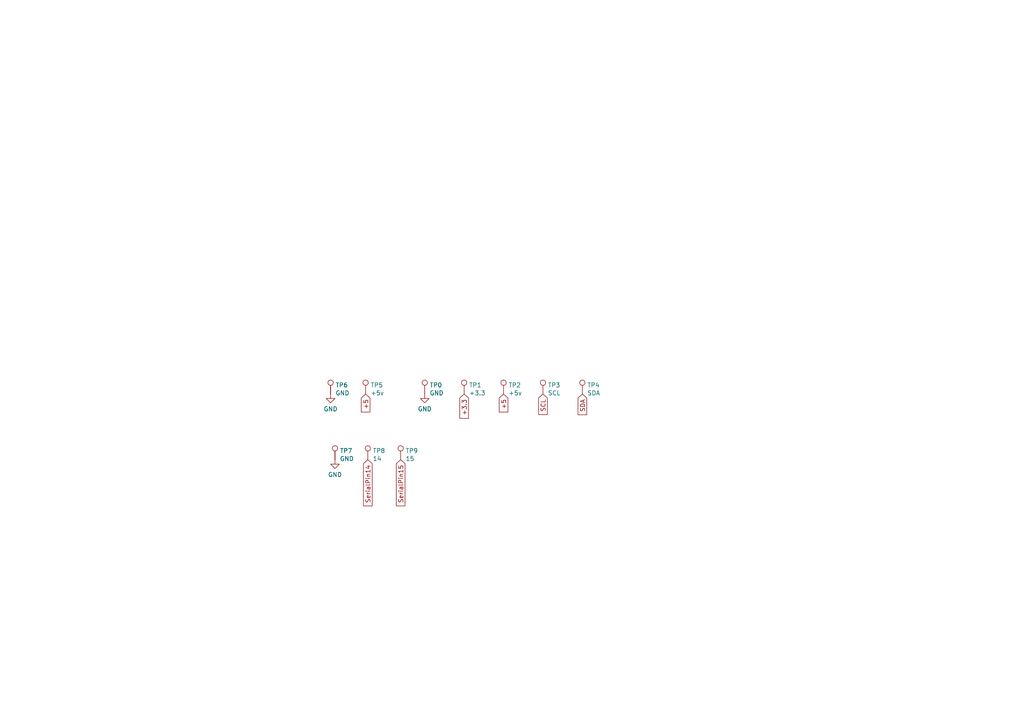
<source format=kicad_sch>
(kicad_sch (version 20210126) (generator eeschema)
  (paper "A4")
  (lib_symbols
    (symbol "Connector:TestPoint" (pin_numbers hide) (pin_names (offset 0.762) hide)
      (property "Reference" "TP" (at 0 6.858 0))
      (property "Value" "TestPoint" (at 0 5.08 0))
      (symbol "TestPoint_0_1"
        (circle (center 0 3.302) (radius 0.762))
      )
      (symbol "TestPoint_1_1"
        (pin passive line (at 0 0 90) (length 2.54) (name "1") (number "1"))
      )
    )
    (symbol "power:GND" (power) (pin_names (offset 0))
      (property "Value" "GND" (at 0 -3.81 0))
      (symbol "GND_0_1"
        (polyline (pts (xy 0 0) (xy 0 -1.27) (xy 1.27 -1.27) (xy 0 -2.54) (xy -1.27 -1.27) (xy 0 -1.27)))
      )
      (symbol "GND_1_1"
        (pin power_in line (at 0 0 270) (length 0) hide (name "GND") (number "1"))
      )
    )
  )
  (global_label "+5" (shape input) (at 106.045 114.3 270) (property "Intersheet References" "${INTERSHEET_REFS}" (effects hide)))
  (global_label "SerialPin14" (shape input) (at 106.68 133.35 270) (property "Intersheet References" "${INTERSHEET_REFS}" (effects hide)))
  (global_label "SerialPin15" (shape input) (at 116.205 133.35 270) (property "Intersheet References" "${INTERSHEET_REFS}" (effects hide)))
  (global_label "+3.3" (shape input) (at 134.62 114.3 270) (property "Intersheet References" "${INTERSHEET_REFS}" (effects hide)))
  (global_label "+5" (shape input) (at 146.05 114.3 270) (property "Intersheet References" "${INTERSHEET_REFS}" (effects hide)))
  (global_label "SCL" (shape input) (at 157.48 114.3 270) (property "Intersheet References" "${INTERSHEET_REFS}" (effects hide)))
  (global_label "SDA" (shape input) (at 168.91 114.3 270) (property "Intersheet References" "${INTERSHEET_REFS}" (effects hide)))
  (symbol (lib_id "Connector:TestPoint") (at 95.885 114.3 0) (unit 1)
    (property "Reference" "TP6" (at 97.2821 111.6976 0) (effects (justify left)))
    (property "Value" "GND" (at 97.2821 113.9963 0) (effects (justify left)))
    (property "Footprint" "TestPoint:TestPoint_Pad_D1.5mm" (effects hide))
  )
  (symbol (lib_id "Connector:TestPoint") (at 97.155 133.35 0) (unit 1)
    (property "Reference" "TP7" (at 98.5521 130.7476 0) (effects (justify left)))
    (property "Value" "GND" (at 98.5521 133.0463 0) (effects (justify left)))
    (property "Footprint" "TestPoint:TestPoint_Pad_D1.5mm" (effects hide))
  )
  (symbol (lib_id "Connector:TestPoint") (at 106.045 114.3 0) (unit 1)
    (property "Reference" "TP5" (at 107.4421 111.6976 0) (effects (justify left)))
    (property "Value" "+5v" (at 107.4421 113.9963 0) (effects (justify left)))
    (property "Footprint" "TestPoint:TestPoint_Pad_D1.5mm" (effects hide))
  )
  (symbol (lib_id "Connector:TestPoint") (at 106.68 133.35 0) (unit 1)
    (property "Reference" "TP8" (at 108.0771 130.7476 0) (effects (justify left)))
    (property "Value" "14" (at 108.0771 133.0463 0) (effects (justify left)))
    (property "Footprint" "TestPoint:TestPoint_Pad_D1.5mm" (effects hide))
  )
  (symbol (lib_id "Connector:TestPoint") (at 116.205 133.35 0) (unit 1)
    (property "Reference" "TP9" (at 117.6021 130.7476 0) (effects (justify left)))
    (property "Value" "15" (at 117.6021 133.0463 0) (effects (justify left)))
    (property "Footprint" "TestPoint:TestPoint_Pad_D1.5mm" (effects hide))
  )
  (symbol (lib_id "Connector:TestPoint") (at 123.19 114.3 0) (unit 1)
    (property "Reference" "TP0" (at 124.5871 111.6976 0) (effects (justify left)))
    (property "Value" "GND" (at 124.5871 113.9963 0) (effects (justify left)))
    (property "Footprint" "TestPoint:TestPoint_Pad_D1.5mm" (effects hide))
  )
  (symbol (lib_id "Connector:TestPoint") (at 134.62 114.3 0) (unit 1)
    (property "Reference" "TP1" (at 136.0171 111.6976 0) (effects (justify left)))
    (property "Value" "+3.3" (at 136.0171 113.9963 0) (effects (justify left)))
    (property "Footprint" "TestPoint:TestPoint_Pad_D1.5mm" (effects hide))
  )
  (symbol (lib_id "Connector:TestPoint") (at 146.05 114.3 0) (unit 1)
    (property "Reference" "TP2" (at 147.4471 111.6976 0) (effects (justify left)))
    (property "Value" "+5v" (at 147.4471 113.9963 0) (effects (justify left)))
    (property "Footprint" "TestPoint:TestPoint_Pad_D1.5mm" (effects hide))
  )
  (symbol (lib_id "Connector:TestPoint") (at 157.48 114.3 0) (unit 1)
    (property "Reference" "TP3" (at 158.8771 111.6976 0) (effects (justify left)))
    (property "Value" "SCL" (at 158.8771 113.9963 0) (effects (justify left)))
    (property "Footprint" "TestPoint:TestPoint_Pad_D1.5mm" (effects hide))
  )
  (symbol (lib_id "Connector:TestPoint") (at 168.91 114.3 0) (unit 1)
    (property "Reference" "TP4" (at 170.3071 111.6976 0) (effects (justify left)))
    (property "Value" "SDA" (at 170.3071 113.9963 0) (effects (justify left)))
    (property "Footprint" "TestPoint:TestPoint_Pad_D1.5mm" (effects hide))
  )
  (symbol (lib_id "power:GND") (at 95.885 114.3 0) (unit 1)
    (property "Reference" "#PWR0108" (effects hide))
    (property "Value" "GND" (at 95.885 118.6244 0))
  )
  (symbol (lib_id "power:GND") (at 97.155 133.35 0) (unit 1)
    (property "Reference" "#PWR0111" (effects hide))
    (property "Value" "GND" (at 97.155 137.6744 0))
  )
  (symbol (lib_id "power:GND") (at 123.19 114.3 0) (unit 1)
    (property "Reference" "#PWR0102" (effects hide))
    (property "Value" "GND" (at 123.19 118.6244 0))
  )
)
</source>
